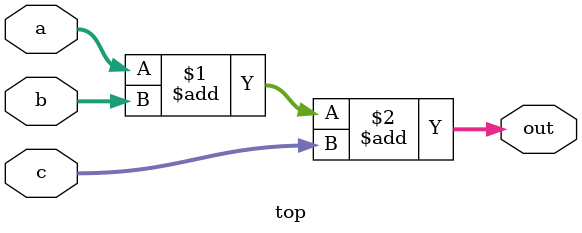
<source format=v>
module top (
    input [1:0] a,
    input [1:0] b,
    input [1:0] c,
    output [3:0] out
);
    assign out = a + b + c;
endmodule
</source>
